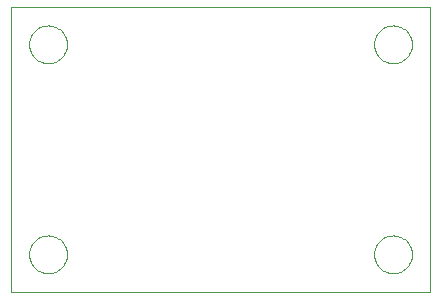
<source format=gm1>
G04 Output by ViewMate Deluxe V11.0.9  PentaLogix LLC*
G04 Sun May 11 19:15:31 2014*
%FSLAX33Y33*%
%MOMM*%
%IPPOS*%
%ADD104C,0.0*%

%LPD*%
X0Y0D2*D104*G1X31039Y3640D2*X31044Y3513D1*X31059Y3386*X31085Y3261*X31120Y3139*X31163Y3020*X31217Y2906*X31280Y2794*X31351Y2690*X31432Y2591*X31519Y2497*X31613Y2410*X31714Y2334*X31821Y2266*X31933Y2205*X32050Y2151*X32169Y2111*X32291Y2078*X32418Y2055*X32542Y2042*X32672Y2040*X32799Y2047*X32923Y2065*X33048Y2093*X33170Y2131*X33287Y2177*X33401Y2233*X33510Y2299*X33614Y2372*X33713Y2454*X33805Y2543*X33886Y2639*X33962Y2741*X34031Y2850*X34089Y2962*X34138Y3078*X34178Y3200*X34209Y3325*X34229Y3449*X34239Y3576*X34239Y3703*X34229Y3830*X34209Y3955*X34178Y4079*X34138Y4201*X34089Y4318*X34031Y4430*X33962Y4539*X33886Y4641*X33805Y4737*X33713Y4826*X33614Y4907*X33510Y4981*X33401Y5047*X33287Y5103*X33170Y5149*X33048Y5187*X32923Y5215*X32799Y5232*X32672Y5240*X32542Y5237*X32418Y5225*X32291Y5202*X32169Y5169*X32050Y5128*X31933Y5075*X31821Y5014*X31714Y4945*X31613Y4869*X31519Y4783*X31432Y4689*X31351Y4590*X31280Y4486*X31217Y4374*X31163Y4260*X31120Y4140*X31085Y4018*X31059Y3894*X31044Y3767*X31039Y3640*X31039Y21420D2*X31044Y21293D1*X31059Y21166*X31085Y21041*X31120Y20919*X31163Y20800*X31217Y20686*X31280Y20574*X31351Y20470*X31432Y20371*X31519Y20277*X31613Y20190*X31714Y20114*X31821Y20046*X31933Y19985*X32050Y19931*X32169Y19891*X32291Y19858*X32418Y19835*X32542Y19822*X32672Y19820*X32799Y19827*X32923Y19845*X33048Y19873*X33170Y19911*X33287Y19957*X33401Y20013*X33510Y20079*X33614Y20152*X33713Y20234*X33805Y20323*X33886Y20419*X33962Y20521*X34031Y20630*X34089Y20742*X34138Y20858*X34178Y20980*X34209Y21105*X34229Y21229*X34239Y21356*X34239Y21483*X34229Y21610*X34209Y21735*X34178Y21859*X34138Y21981*X34089Y22098*X34031Y22210*X33962Y22319*X33886Y22421*X33805Y22517*X33713Y22606*X33614Y22687*X33510Y22761*X33401Y22827*X33287Y22883*X33170Y22929*X33048Y22967*X32923Y22995*X32799Y23012*X32672Y23020*X32542Y23017*X32418Y23005*X32291Y22982*X32169Y22949*X32050Y22908*X31933Y22855*X31821Y22794*X31714Y22725*X31613Y22649*X31519Y22563*X31432Y22469*X31351Y22370*X31280Y22266*X31217Y22154*X31163Y22040*X31120Y21920*X31085Y21798*X31059Y21674*X31044Y21547*X31039Y21420*X1829Y21420D2*X1834Y21293D1*X1849Y21166*X1875Y21041*X1910Y20919*X1953Y20800*X2007Y20686*X2070Y20574*X2141Y20470*X2222Y20371*X2309Y20277*X2403Y20190*X2504Y20114*X2611Y20046*X2723Y19985*X2840Y19931*X2959Y19891*X3081Y19858*X3208Y19835*X3332Y19822*X3462Y19820*X3589Y19827*X3713Y19845*X3838Y19873*X3960Y19911*X4077Y19957*X4191Y20013*X4300Y20079*X4404Y20152*X4503Y20234*X4595Y20323*X4676Y20419*X4752Y20521*X4821Y20630*X4879Y20742*X4928Y20858*X4968Y20980*X4999Y21105*X5019Y21229*X5029Y21356*X5029Y21483*X5019Y21610*X4999Y21735*X4968Y21859*X4928Y21981*X4879Y22098*X4821Y22210*X4752Y22319*X4676Y22421*X4595Y22517*X4503Y22606*X4404Y22687*X4300Y22761*X4191Y22827*X4077Y22883*X3960Y22929*X3838Y22967*X3713Y22995*X3589Y23012*X3462Y23020*X3332Y23017*X3208Y23005*X3081Y22982*X2959Y22949*X2840Y22908*X2723Y22855*X2611Y22794*X2504Y22725*X2403Y22649*X2309Y22563*X2222Y22469*X2141Y22370*X2070Y22266*X2007Y22154*X1953Y22040*X1910Y21920*X1875Y21798*X1849Y21674*X1834Y21547*X1829Y21420*X1829Y3640D2*X1834Y3513D1*X1849Y3386*X1875Y3261*X1910Y3139*X1953Y3020*X2007Y2906*X2070Y2794*X2141Y2690*X2222Y2591*X2309Y2497*X2403Y2410*X2504Y2334*X2611Y2266*X2723Y2205*X2840Y2151*X2959Y2111*X3081Y2078*X3208Y2055*X3332Y2042*X3462Y2040*X3589Y2047*X3713Y2065*X3838Y2093*X3960Y2131*X4077Y2177*X4191Y2233*X4300Y2299*X4404Y2372*X4503Y2454*X4595Y2543*X4676Y2639*X4752Y2741*X4821Y2850*X4879Y2962*X4928Y3078*X4968Y3200*X4999Y3325*X5019Y3449*X5029Y3576*X5029Y3703*X5019Y3830*X4999Y3955*X4968Y4079*X4928Y4201*X4879Y4318*X4821Y4430*X4752Y4539*X4676Y4641*X4595Y4737*X4503Y4826*X4404Y4907*X4300Y4981*X4191Y5047*X4077Y5103*X3960Y5149*X3838Y5187*X3713Y5215*X3589Y5232*X3462Y5240*X3332Y5237*X3208Y5225*X3081Y5202*X2959Y5169*X2840Y5128*X2723Y5075*X2611Y5014*X2504Y4945*X2403Y4869*X2309Y4783*X2222Y4689*X2141Y4590*X2070Y4486*X2007Y4374*X1953Y4260*X1910Y4140*X1875Y4018*X1849Y3894*X1834Y3767*X1829Y3640*X254Y465D2*X35794Y465D1*X35794Y24595*X254Y24595*X254Y465*X0Y0D2*M02*
</source>
